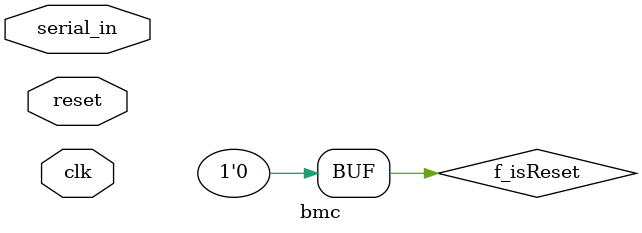
<source format=v>
/*
 *  OffCourse::Verilog
 *		- Shift Register BMC
 *
 *  Copyright: Sybe
 *  License: GPLv3 or later
 */

module	bmc(
  input wire clk,
  input wire reset,
  input wire serial_in,
);

  reg f_isReset;
  initial f_isReset <= 0;
  wire [7:0] ref_out, uut_out;

  REF REF (
    .clk(clk),
    .reset(reset),
    .serial_in(serial_in),
    .serial_out(ref_out)
  );

  UUT UUT(
    .clk(clk),
    .reset(reset),
    .serial_in(serial_in),
    .serial_out(uut_out)
  );

`ifdef	FORMAL
  always @(posedge clk) begin
    if(reset)
        f_isReset <= 1;
  end

  always @(*) begin
    if(f_isReset)
        assert(ref_out == uut_out);
  end
`endif
endmodule
</source>
